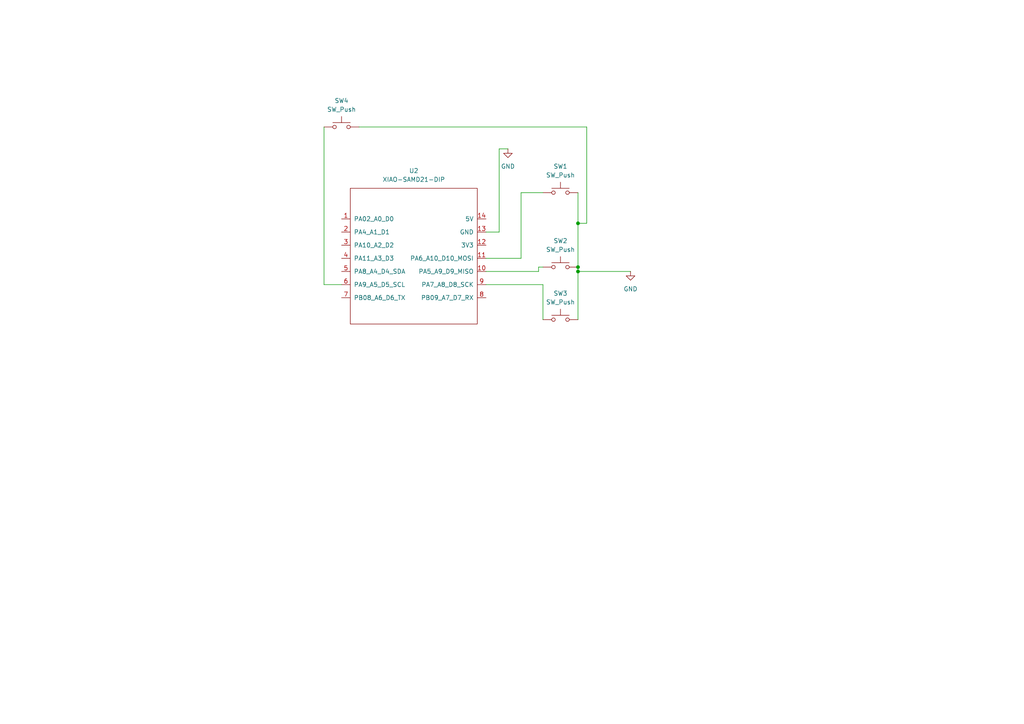
<source format=kicad_sch>
(kicad_sch (version 20231120) (generator "eeschema") (generator_version "8.0")
  (paper "A4")
  (lib_symbols
    (symbol "Seeed_Studio_XIAO_Series:XIAO-SAMD21-DIP" (pin_names (offset 1.016))
      (property "Reference" "U" (at -18.542 22.86 0))
      (property "Value" "XIAO-SAMD21-DIP" (at -10.16 21.082 0))
      (symbol "XIAO-SAMD21-DIP_0_1"
        (rectangle (start -19.05 20.32) (end 17.78 -19.05))
      )
      (symbol "XIAO-SAMD21-DIP_1_1"
        (pin passive line (at -21.59 11.43 0) (length 2.54) (name "PA02_A0_D0") (number "1"))
        (pin passive line (at 20.32 -3.81 180) (length 2.54) (name "PA5_A9_D9_MISO") (number "10"))
        (pin passive line (at 20.32 0 180) (length 2.54) (name "PA6_A10_D10_MOSI") (number "11"))
        (pin passive line (at 20.32 3.81 180) (length 2.54) (name "3V3") (number "12"))
        (pin passive line (at 20.32 7.62 180) (length 2.54) (name "GND") (number "13"))
        (pin passive line (at 20.32 11.43 180) (length 2.54) (name "5V") (number "14"))
        (pin passive line (at -21.59 7.62 0) (length 2.54) (name "PA4_A1_D1") (number "2"))
        (pin passive line (at -21.59 3.81 0) (length 2.54) (name "PA10_A2_D2") (number "3"))
        (pin passive line (at -21.59 0 0) (length 2.54) (name "PA11_A3_D3") (number "4"))
        (pin passive line (at -21.59 -3.81 0) (length 2.54) (name "PA8_A4_D4_SDA") (number "5"))
        (pin passive line (at -21.59 -7.62 0) (length 2.54) (name "PA9_A5_D5_SCL") (number "6"))
        (pin passive line (at -21.59 -11.43 0) (length 2.54) (name "PB08_A6_D6_TX") (number "7"))
        (pin passive line (at 20.32 -11.43 180) (length 2.54) (name "PB09_A7_D7_RX") (number "8"))
        (pin passive line (at 20.32 -7.62 180) (length 2.54) (name "PA7_A8_D8_SCK") (number "9"))
      )
    )
    (symbol "Switch:SW_Push" (pin_numbers hide) (pin_names (offset 1.016) hide)
      (property "Reference" "SW" (at 1.27 2.54 0))
      (property "Value" "SW_Push" (at 0 -1.524 0))
      (symbol "SW_Push_0_1"
        (circle (center -2.032 0) (radius 0.508))
        (polyline (pts (xy 0 1.27) (xy 0 3.048)))
        (polyline (pts (xy 2.54 1.27) (xy -2.54 1.27)))
        (circle (center 2.032 0) (radius 0.508))
        (pin passive line (at -5.08 0 0) (length 2.54) (name "1") (number "1"))
        (pin passive line (at 5.08 0 180) (length 2.54) (name "2") (number "2"))
      )
    )
    (symbol "power:GND" (power) (pin_numbers hide) (pin_names (offset 0) hide)
      (property "Value" "GND" (at 0 -3.81 0))
      (symbol "GND_0_1"
        (polyline (pts (xy 0 0) (xy 0 -1.27) (xy 1.27 -1.27) (xy 0 -2.54) (xy -1.27 -1.27) (xy 0 -1.27)))
      )
      (symbol "GND_1_1"
        (pin power_in line (at 0 0 270) (length 0) (name "~") (number "1"))
      )
    )
  )
  (junction (at 167.64 77.47))
  (junction (at 167.64 64.77))
  (junction (at 167.64 78.74))
  (wire (pts (xy 170.18 64.77) (xy 167.64 64.77)))
  (wire (pts (xy 144.78 67.31) (xy 140.97 67.31)))
  (wire (pts (xy 151.13 55.88) (xy 157.48 55.88)))
  (wire (pts (xy 167.64 77.47) (xy 167.64 78.74)))
  (wire (pts (xy 93.98 82.55) (xy 93.98 36.83)))
  (wire (pts (xy 167.64 64.77) (xy 167.64 77.47)))
  (wire (pts (xy 99.06 82.55) (xy 93.98 82.55)))
  (wire (pts (xy 167.64 78.74) (xy 167.64 92.71)))
  (wire (pts (xy 140.97 82.55) (xy 157.48 82.55)))
  (wire (pts (xy 104.14 36.83) (xy 170.18 36.83)))
  (wire (pts (xy 167.64 78.74) (xy 182.88 78.74)))
  (wire (pts (xy 156.21 78.74) (xy 140.97 78.74)))
  (wire (pts (xy 151.13 55.88) (xy 151.13 74.93)))
  (wire (pts (xy 144.78 43.18) (xy 147.32 43.18)))
  (wire (pts (xy 140.97 74.93) (xy 151.13 74.93)))
  (wire (pts (xy 170.18 36.83) (xy 170.18 64.77)))
  (wire (pts (xy 156.21 77.47) (xy 156.21 78.74)))
  (wire (pts (xy 156.21 77.47) (xy 157.48 77.47)))
  (wire (pts (xy 144.78 43.18) (xy 144.78 67.31)))
  (wire (pts (xy 167.64 55.88) (xy 167.64 64.77)))
  (wire (pts (xy 157.48 82.55) (xy 157.48 92.71)))
  (symbol (lib_id "power:GND") (at 147.32 43.18 0) (unit 1)
    (property "Reference" "#PWR01" (effects (hide yes)))
    (property "Value" "GND" (at 147.32 48.26 0))
    (property "Description" "Power symbol creates a global label with name \"GND\" , ground" (effects (hide yes)))
  )
  (symbol (lib_id "Seeed_Studio_XIAO_Series:XIAO-SAMD21-DIP") (at 120.65 74.93 0) (unit 1)
    (property "Reference" "U2" (at 120.015 49.53 0))
    (property "Value" "XIAO-SAMD21-DIP" (at 120.015 52.07 0))
    (property "Footprint" "Seeed Studio XIAO Series Library:XIAO-nRF52840-DIP" (effects (hide yes)))
  )
  (symbol (lib_id "Switch:SW_Push") (at 162.56 55.88 0) (unit 1)
    (property "Reference" "SW1" (at 162.56 48.26 0))
    (property "Value" "SW_Push" (at 162.56 50.8 0))
    (property "Footprint" "Button_Switch_Keyboard:SW_Cherry_MX_1.00u_PCB" (effects (hide yes)))
    (property "Description" "Push button switch, generic, two pins" (effects (hide yes)))
  )
  (symbol (lib_id "Switch:SW_Push") (at 162.56 92.71 0) (unit 1)
    (property "Reference" "SW3" (at 162.56 85.09 0))
    (property "Value" "SW_Push" (at 162.56 87.63 0))
    (property "Footprint" "Button_Switch_Keyboard:SW_Cherry_MX_1.00u_PCB" (effects (hide yes)))
    (property "Description" "Push button switch, generic, two pins" (effects (hide yes)))
  )
  (symbol (lib_id "Switch:SW_Push") (at 162.56 77.47 0) (unit 1)
    (property "Reference" "SW2" (at 162.56 69.85 0))
    (property "Value" "SW_Push" (at 162.56 72.39 0))
    (property "Footprint" "Button_Switch_Keyboard:SW_Cherry_MX_1.00u_PCB" (effects (hide yes)))
    (property "Description" "Push button switch, generic, two pins" (effects (hide yes)))
  )
  (symbol (lib_id "power:GND") (at 182.88 78.74 0) (unit 1)
    (property "Reference" "#PWR02" (effects (hide yes)))
    (property "Value" "GND" (at 182.88 83.82 0))
    (property "Description" "Power symbol creates a global label with name \"GND\" , ground" (effects (hide yes)))
  )
  (symbol (lib_id "Switch:SW_Push") (at 99.06 36.83 0) (unit 1)
    (property "Reference" "SW4" (at 99.06 29.21 0))
    (property "Value" "SW_Push" (at 99.06 31.75 0))
    (property "Footprint" "Button_Switch_Keyboard:SW_Cherry_MX_1.00u_PCB" (effects (hide yes)))
    (property "Description" "Push button switch, generic, two pins" (effects (hide yes)))
  )
)
</source>
